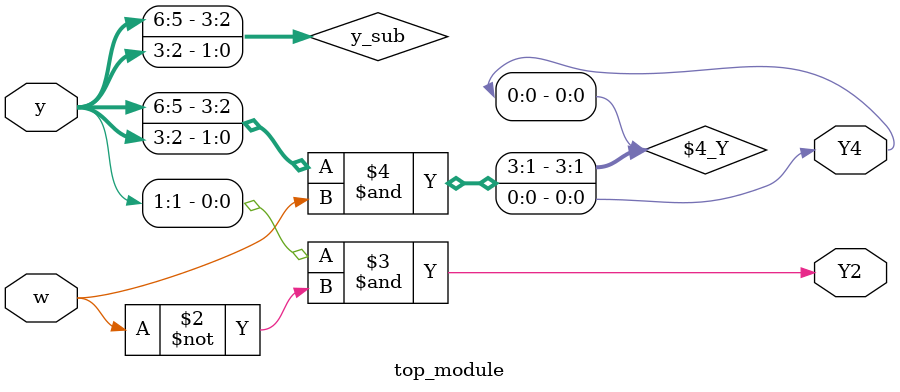
<source format=sv>
module top_module (
    input [6:1] y,
    input w,
    output reg Y2,
    output reg Y4
);
    wire [3:0] y_sub;

    always @* begin
        Y2 = y[1] & ~w;
        y_sub = {y[6], y[5], y[3], y[2]};
        Y4 = y_sub & w;
    end
endmodule

</source>
